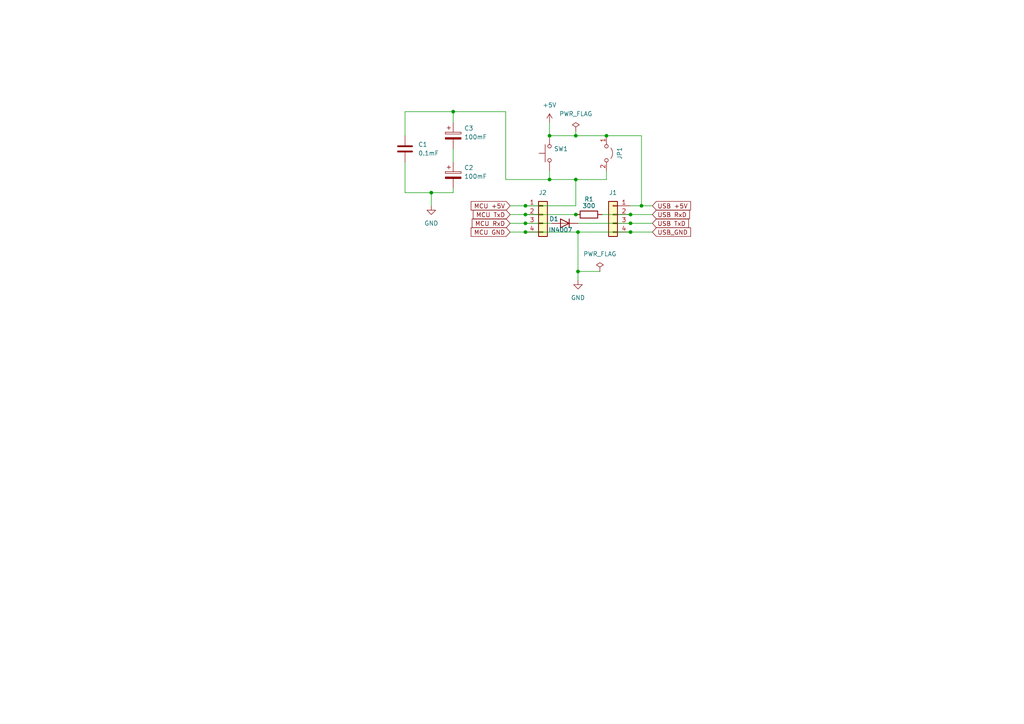
<source format=kicad_sch>
(kicad_sch (version 20211123) (generator eeschema)
  (paper "A4")
  (lib_symbols
    (symbol "Connector_Generic:Conn_01x04" (pin_names (offset 1.016) hide)
      (property "Reference" "J" (at 0 5.08 0))
      (property "Value" "Conn_01x04" (at 0 -7.62 0))
      (symbol "Conn_01x04_1_1"
        (rectangle (start -1.27 -4.953) (end 0 -5.207) (stroke (width 0.1524)))
        (rectangle (start -1.27 -2.413) (end 0 -2.667) (stroke (width 0.1524)))
        (rectangle (start -1.27 0.127) (end 0 -0.127) (stroke (width 0.1524)))
        (rectangle (start -1.27 2.667) (end 0 2.413) (stroke (width 0.1524)))
        (rectangle (start -1.27 3.81) (end 1.27 -6.35) (stroke (width 0.254)) (fill (type background)))
        (pin passive line (at -5.08 2.54 0) (length 3.81) (name "Pin_1") (number "1"))
        (pin passive line (at -5.08 0 0) (length 3.81) (name "Pin_2") (number "2"))
        (pin passive line (at -5.08 -2.54 0) (length 3.81) (name "Pin_3") (number "3"))
        (pin passive line (at -5.08 -5.08 0) (length 3.81) (name "Pin_4") (number "4"))
      )
    )
    (symbol "Device:C" (pin_numbers hide) (pin_names (offset 0.254))
      (property "Reference" "C" (at 0.635 2.54 0))
      (property "Value" "C" (at 0.635 -2.54 0))
      (symbol "C_0_1"
        (polyline (pts (xy -2.032 -0.762) (xy 2.032 -0.762)) (stroke (width 0.508)))
        (polyline (pts (xy -2.032 0.762) (xy 2.032 0.762)) (stroke (width 0.508)))
      )
      (symbol "C_1_1"
        (pin passive line (at 0 3.81 270) (length 2.794) (name "~") (number "1"))
        (pin passive line (at 0 -3.81 90) (length 2.794) (name "~") (number "2"))
      )
    )
    (symbol "Device:C_Polarized" (pin_numbers hide) (pin_names (offset 0.254))
      (property "Reference" "C" (at 0.635 2.54 0))
      (property "Value" "C_Polarized" (at 0.635 -2.54 0))
      (symbol "C_Polarized_0_1"
        (rectangle (start -2.286 0.508) (end 2.286 1.016))
        (polyline (pts (xy -1.778 2.286) (xy -0.762 2.286)))
        (polyline (pts (xy -1.27 2.794) (xy -1.27 1.778)))
        (rectangle (start 2.286 -0.508) (end -2.286 -1.016) (fill (type outline)))
      )
      (symbol "C_Polarized_1_1"
        (pin passive line (at 0 3.81 270) (length 2.794) (name "~") (number "1"))
        (pin passive line (at 0 -3.81 90) (length 2.794) (name "~") (number "2"))
      )
    )
    (symbol "Device:D" (pin_numbers hide) (pin_names (offset 1.016) hide)
      (property "Reference" "D" (at 0 2.54 0))
      (property "Value" "D" (at 0 -2.54 0))
      (symbol "D_0_1"
        (polyline (pts (xy -1.27 1.27) (xy -1.27 -1.27)) (stroke (width 0.254)))
        (polyline (pts (xy 1.27 0) (xy -1.27 0)))
        (polyline (pts (xy 1.27 1.27) (xy 1.27 -1.27) (xy -1.27 0) (xy 1.27 1.27)) (stroke (width 0.254)))
      )
      (symbol "D_1_1"
        (pin passive line (at -3.81 0 0) (length 2.54) (name "K") (number "1"))
        (pin passive line (at 3.81 0 180) (length 2.54) (name "A") (number "2"))
      )
    )
    (symbol "Device:R" (pin_numbers hide) (pin_names (offset 0))
      (property "Reference" "R" (at 2.032 0 90))
      (property "Value" "R" (at 0 0 90))
      (symbol "R_0_1"
        (rectangle (start -1.016 -2.54) (end 1.016 2.54) (stroke (width 0.254)))
      )
      (symbol "R_1_1"
        (pin passive line (at 0 3.81 270) (length 1.27) (name "~") (number "1"))
        (pin passive line (at 0 -3.81 90) (length 1.27) (name "~") (number "2"))
      )
    )
    (symbol "Jumper:Jumper_2_Open" (pin_names (offset 0) hide)
      (property "Reference" "JP" (at 0 2.794 0))
      (property "Value" "Jumper_2_Open" (at 0 -2.286 0))
      (symbol "Jumper_2_Open_0_0"
        (circle (center -2.032 0) (radius 0.508))
        (circle (center 2.032 0) (radius 0.508))
      )
      (symbol "Jumper_2_Open_0_1"
        (arc (start 1.524 1.27) (mid 0 1.778) (end -1.524 1.27))
      )
      (symbol "Jumper_2_Open_1_1"
        (pin passive line (at -5.08 0 0) (length 2.54) (name "A") (number "1"))
        (pin passive line (at 5.08 0 180) (length 2.54) (name "B") (number "2"))
      )
    )
    (symbol "Switch:SW_Push" (pin_numbers hide) (pin_names (offset 1.016) hide)
      (property "Reference" "SW" (at 1.27 2.54 0))
      (property "Value" "SW_Push" (at 0 -1.524 0))
      (symbol "SW_Push_0_1"
        (circle (center -2.032 0) (radius 0.508))
        (polyline (pts (xy 0 1.27) (xy 0 3.048)))
        (polyline (pts (xy 2.54 1.27) (xy -2.54 1.27)))
        (circle (center 2.032 0) (radius 0.508))
        (pin passive line (at -5.08 0 0) (length 2.54) (name "1") (number "1"))
        (pin passive line (at 5.08 0 180) (length 2.54) (name "2") (number "2"))
      )
    )
    (symbol "power:+5V" (power) (pin_names (offset 0))
      (property "Value" "+5V" (at 0 3.556 0))
      (symbol "+5V_0_1"
        (polyline (pts (xy -0.762 1.27) (xy 0 2.54)))
        (polyline (pts (xy 0 0) (xy 0 2.54)))
        (polyline (pts (xy 0 2.54) (xy 0.762 1.27)))
      )
      (symbol "+5V_1_1"
        (pin power_in line (at 0 0 90) (length 0) hide (name "+5V") (number "1"))
      )
    )
    (symbol "power:GND" (power) (pin_names (offset 0))
      (property "Value" "GND" (at 0 -3.81 0))
      (symbol "GND_0_1"
        (polyline (pts (xy 0 0) (xy 0 -1.27) (xy 1.27 -1.27) (xy 0 -2.54) (xy -1.27 -1.27) (xy 0 -1.27)))
      )
      (symbol "GND_1_1"
        (pin power_in line (at 0 0 270) (length 0) hide (name "GND") (number "1"))
      )
    )
    (symbol "power:PWR_FLAG" (power) (pin_numbers hide) (pin_names (offset 0) hide)
      (property "Value" "PWR_FLAG" (at 0 3.81 0))
      (symbol "PWR_FLAG_0_0"
        (pin power_out line (at 0 0 90) (length 0) (name "pwr") (number "1"))
      )
      (symbol "PWR_FLAG_0_1"
        (polyline (pts (xy 0 0) (xy 0 1.27) (xy -1.016 1.905) (xy 0 2.54) (xy 1.016 1.905) (xy 0 1.27)))
      )
    )
  )
  (junction (at 167.005 52.07))
  (junction (at 167.005 39.37))
  (junction (at 167.005 62.23))
  (junction (at 167.64 78.74))
  (junction (at 186.055 59.69))
  (junction (at 152.4 62.23))
  (junction (at 152.4 64.77))
  (junction (at 131.445 32.385))
  (junction (at 152.4 59.69))
  (junction (at 159.385 39.37))
  (junction (at 152.4 67.31))
  (junction (at 175.895 39.37))
  (junction (at 125.095 55.88))
  (junction (at 167.64 67.31))
  (junction (at 182.88 62.23))
  (junction (at 159.385 52.07))
  (junction (at 182.88 67.31))
  (junction (at 182.88 64.77))
  (wire (pts (xy 117.475 39.37) (xy 117.475 32.385)))
  (wire (pts (xy 152.4 62.23) (xy 167.005 62.23)))
  (wire (pts (xy 159.385 35.56) (xy 159.385 39.37)))
  (wire (pts (xy 147.955 62.23) (xy 152.4 62.23)))
  (wire (pts (xy 152.4 59.69) (xy 167.005 59.69)))
  (wire (pts (xy 131.445 54.61) (xy 131.445 55.88)))
  (wire (pts (xy 167.64 78.74) (xy 167.64 81.28)))
  (wire (pts (xy 167.005 52.07) (xy 159.385 52.07)))
  (wire (pts (xy 174.625 62.23) (xy 182.88 62.23)))
  (wire (pts (xy 182.88 59.69) (xy 186.055 59.69)))
  (wire (pts (xy 152.4 64.77) (xy 160.02 64.77)))
  (wire (pts (xy 146.685 32.385) (xy 146.685 52.07)))
  (wire (pts (xy 182.88 64.77) (xy 189.23 64.77)))
  (wire (pts (xy 167.64 67.31) (xy 167.64 78.74)))
  (wire (pts (xy 167.005 62.23) (xy 167.64 62.23)))
  (wire (pts (xy 146.685 52.07) (xy 159.385 52.07)))
  (wire (pts (xy 167.64 78.74) (xy 173.99 78.74)))
  (wire (pts (xy 186.055 39.37) (xy 175.895 39.37)))
  (wire (pts (xy 167.005 39.37) (xy 167.005 38.1)))
  (wire (pts (xy 131.445 32.385) (xy 146.685 32.385)))
  (wire (pts (xy 125.095 55.88) (xy 131.445 55.88)))
  (wire (pts (xy 152.4 67.31) (xy 167.64 67.31)))
  (wire (pts (xy 175.895 52.07) (xy 175.895 49.53)))
  (wire (pts (xy 159.385 49.53) (xy 159.385 52.07)))
  (wire (pts (xy 167.005 59.69) (xy 167.005 52.07)))
  (wire (pts (xy 186.055 59.69) (xy 186.055 39.37)))
  (wire (pts (xy 182.88 67.31) (xy 189.23 67.31)))
  (wire (pts (xy 159.385 39.37) (xy 167.005 39.37)))
  (wire (pts (xy 125.095 55.88) (xy 125.095 59.69)))
  (wire (pts (xy 167.64 64.77) (xy 182.88 64.77)))
  (wire (pts (xy 117.475 55.88) (xy 125.095 55.88)))
  (wire (pts (xy 117.475 32.385) (xy 131.445 32.385)))
  (wire (pts (xy 167.64 67.31) (xy 182.88 67.31)))
  (wire (pts (xy 131.445 43.18) (xy 131.445 46.99)))
  (wire (pts (xy 186.055 59.69) (xy 189.23 59.69)))
  (wire (pts (xy 147.955 67.31) (xy 152.4 67.31)))
  (wire (pts (xy 147.955 59.69) (xy 152.4 59.69)))
  (wire (pts (xy 147.955 64.77) (xy 152.4 64.77)))
  (wire (pts (xy 182.88 62.23) (xy 189.23 62.23)))
  (wire (pts (xy 175.895 39.37) (xy 167.005 39.37)))
  (wire (pts (xy 131.445 35.56) (xy 131.445 32.385)))
  (wire (pts (xy 175.895 52.07) (xy 167.005 52.07)))
  (wire (pts (xy 117.475 46.99) (xy 117.475 55.88)))
  (global_label "USB_GND" (shape input) (at 189.23 67.31 0) (property "Intersheet References" "${INTERSHEET_REFS}" (effects hide)))
  (global_label "USB +5V" (shape input) (at 189.23 59.69 0) (property "Intersheet References" "${INTERSHEET_REFS}" (effects hide)))
  (global_label "USB TxD" (shape input) (at 189.23 64.77 0) (property "Intersheet References" "${INTERSHEET_REFS}" (effects hide)))
  (global_label "MCU RxD" (shape input) (at 147.955 64.77 180) (property "Intersheet References" "${INTERSHEET_REFS}" (effects hide)))
  (global_label "MCU GND" (shape input) (at 147.955 67.31 180) (property "Intersheet References" "${INTERSHEET_REFS}" (effects hide)))
  (global_label "MCU +5V" (shape input) (at 147.955 59.69 180) (property "Intersheet References" "${INTERSHEET_REFS}" (effects hide)))
  (global_label "MCU TxD" (shape input) (at 147.955 62.23 180) (property "Intersheet References" "${INTERSHEET_REFS}" (effects hide)))
  (global_label "USB RxD" (shape input) (at 189.23 62.23 0) (property "Intersheet References" "${INTERSHEET_REFS}" (effects hide)))
  (symbol (lib_id "Device:R") (at 170.815 62.23 90) (unit 1)
    (property "Reference" "R1" (at 170.815 57.785 90))
    (property "Value" "300" (at 170.815 59.69 90))
    (property "Footprint" "Resistor_THT:R_Axial_DIN0309_L9.0mm_D3.2mm_P12.70mm_Horizontal" (effects hide))
  )
  (symbol (lib_id "Connector_Generic:Conn_01x04") (at 177.8 62.23 0) (mirror y) (unit 1)
    (property "Reference" "J1" (at 177.8 55.88 0))
    (property "Value" "Conn_01x04" (effects hide))
    (property "Footprint" "Connector_PinHeader_2.54mm:PinHeader_1x04_P2.54mm_Vertical" (effects hide))
  )
  (symbol (lib_id "power:PWR_FLAG") (at 167.005 38.1 0) (unit 1)
    (property "Reference" "#FLG0102" (effects hide))
    (property "Value" "PWR_FLAG" (at 167.005 33.02 0))
  )
  (symbol (lib_id "Device:C") (at 117.475 43.18 0) (unit 1)
    (property "Reference" "C1" (at 121.285 41.9099 0) (effects (justify left)))
    (property "Value" "0.1mF" (at 121.285 44.4499 0) (effects (justify left)))
    (property "Footprint" "Capacitor_THT:C_Disc_D3.0mm_W2.0mm_P2.50mm" (effects hide))
  )
  (symbol (lib_id "power:GND") (at 167.64 81.28 0) (unit 1)
    (property "Reference" "#PWR0101" (effects hide))
    (property "Value" "GND" (at 167.64 86.36 0))
  )
  (symbol (lib_id "Switch:SW_Push") (at 159.385 44.45 90) (unit 1)
    (property "Reference" "SW1" (at 160.655 43.1799 90) (effects (justify right)))
    (property "Value" "SW_Push" (effects hide))
    (property "Footprint" "Button_Switch_THT:SW_PUSH-12mm" (effects hide))
  )
  (symbol (lib_id "Device:C_Polarized") (at 131.445 50.8 0) (unit 1)
    (property "Reference" "C2" (at 134.62 48.6409 0) (effects (justify left)))
    (property "Value" "100mF" (at 134.62 51.1809 0) (effects (justify left)))
    (property "Footprint" "Capacitor_THT:CP_Radial_D5.0mm_P2.50mm" (effects hide))
  )
  (symbol (lib_id "Device:C_Polarized") (at 131.445 39.37 0) (unit 1)
    (property "Reference" "C3" (at 134.62 37.2109 0) (effects (justify left)))
    (property "Value" "100mF" (at 134.62 39.7509 0) (effects (justify left)))
    (property "Footprint" "Capacitor_THT:CP_Radial_D5.0mm_P2.50mm" (effects hide))
  )
  (symbol (lib_id "Connector_Generic:Conn_01x04") (at 157.48 62.23 0) (unit 1)
    (property "Reference" "J2" (at 156.21 55.88 0) (effects (justify left)))
    (property "Value" "Conn_01x04" (effects hide))
    (property "Footprint" "Connector_PinHeader_2.54mm:PinHeader_1x04_P2.54mm_Vertical" (effects hide))
  )
  (symbol (lib_id "power:GND") (at 125.095 59.69 0) (unit 1)
    (property "Reference" "#PWR0103" (effects hide))
    (property "Value" "GND" (at 125.095 64.77 0))
  )
  (symbol (lib_id "Jumper:Jumper_2_Open") (at 175.895 44.45 270) (unit 1)
    (property "Reference" "JP1" (at 179.705 44.45 0))
    (property "Value" "Jumper_2_Open" (effects hide))
    (property "Footprint" "Connector_PinHeader_2.54mm:PinHeader_2x01_P2.54mm_Vertical" (effects hide))
  )
  (symbol (lib_id "power:+5V") (at 159.385 35.56 0) (unit 1)
    (property "Reference" "#PWR0102" (effects hide))
    (property "Value" "+5V" (at 159.385 30.48 0))
  )
  (symbol (lib_id "power:PWR_FLAG") (at 173.99 78.74 0) (unit 1)
    (property "Reference" "#FLG0101" (effects hide))
    (property "Value" "PWR_FLAG" (at 173.99 73.66 0))
  )
  (symbol (lib_id "Device:D") (at 163.83 64.77 180) (unit 1)
    (property "Reference" "D1" (at 160.655 63.5 0))
    (property "Value" "IN4007" (at 162.56 66.675 0))
    (property "Footprint" "Diode_THT:D_DO-41_SOD81_P12.70mm_Horizontal" (effects hide))
  )
)
</source>
